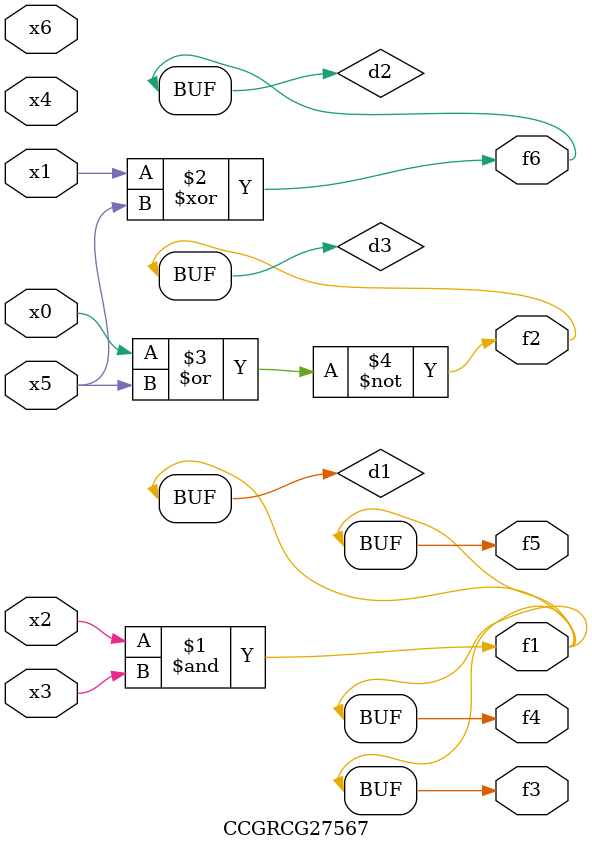
<source format=v>
module CCGRCG27567(
	input x0, x1, x2, x3, x4, x5, x6,
	output f1, f2, f3, f4, f5, f6
);

	wire d1, d2, d3;

	and (d1, x2, x3);
	xor (d2, x1, x5);
	nor (d3, x0, x5);
	assign f1 = d1;
	assign f2 = d3;
	assign f3 = d1;
	assign f4 = d1;
	assign f5 = d1;
	assign f6 = d2;
endmodule

</source>
